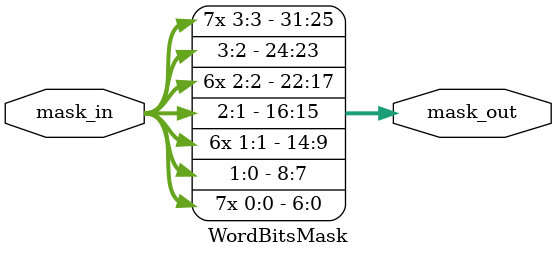
<source format=v>
module WordBitsMask #(
  parameter MASK_BITS = 4,
  parameter DATA_BITS = 32
) (
  input [MASK_BITS - 1 : 0] mask_in,
  output [DATA_BITS - 1 : 0] mask_out
);

localparam WORD_BITS = DATA_BITS / MASK_BITS;

genvar i;
generate
for (i = 0; i < MASK_BITS; i = i + 1) begin
  assign mask_out[(i * WORD_BITS) +: WORD_BITS] = {WORD_BITS{mask_in[i]}};
end
endgenerate
endmodule

</source>
